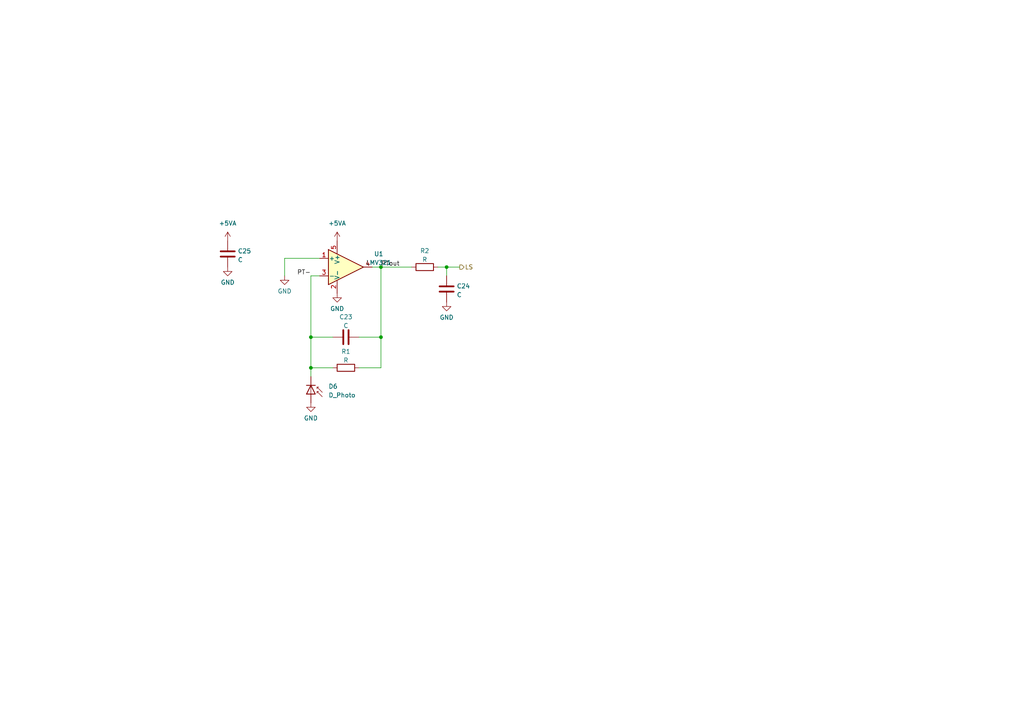
<source format=kicad_sch>
(kicad_sch (version 20230121) (generator eeschema)
  (paper "A4")
  (lib_symbols
    (symbol "Amplifier_Operational:LMV321" (pin_names (offset 0.127))
      (property "Reference" "U" (at 0 5.08 0))
      (property "Value" "LMV321" (at 0 -5.08 0))
      (symbol "LMV321_0_1"
        (polyline (pts (xy -5.08 5.08) (xy 5.08 0) (xy -5.08 -5.08) (xy -5.08 5.08)) (stroke (width 0.254)) (fill (type background)))
        (pin power_in line (at -2.54 -7.62 90) (length 3.81) (name "V-") (number "2"))
        (pin power_in line (at -2.54 7.62 270) (length 3.81) (name "V+") (number "5"))
      )
      (symbol "LMV321_1_1"
        (pin input line (at -7.62 2.54 0) (length 2.54) (name "+") (number "1"))
        (pin input line (at -7.62 -2.54 0) (length 2.54) (name "-") (number "3"))
        (pin output line (at 7.62 0 180) (length 2.54) (name "~") (number "4"))
      )
    )
    (symbol "Device:C" (pin_numbers hide) (pin_names (offset 0.254))
      (property "Reference" "C" (at 0.635 2.54 0))
      (property "Value" "C" (at 0.635 -2.54 0))
      (symbol "C_0_1"
        (polyline (pts (xy -2.032 -0.762) (xy 2.032 -0.762)) (stroke (width 0.508)))
        (polyline (pts (xy -2.032 0.762) (xy 2.032 0.762)) (stroke (width 0.508)))
      )
      (symbol "C_1_1"
        (pin passive line (at 0 3.81 270) (length 2.794) (name "~") (number "1"))
        (pin passive line (at 0 -3.81 90) (length 2.794) (name "~") (number "2"))
      )
    )
    (symbol "Device:D_Photo" (pin_numbers hide) (pin_names hide)
      (property "Reference" "D" (at 0.508 1.778 0))
      (property "Value" "D_Photo" (at -1.016 -2.794 0))
      (symbol "D_Photo_0_1"
        (polyline (pts (xy -2.54 1.27) (xy -2.54 -1.27)) (stroke (width 0.254)))
        (polyline (pts (xy -2.032 1.778) (xy -1.524 1.778)))
        (polyline (pts (xy 0 0) (xy -2.54 0)))
        (polyline (pts (xy -0.508 3.302) (xy -2.032 1.778) (xy -2.032 2.286)))
        (polyline (pts (xy 0 -1.27) (xy 0 1.27) (xy -2.54 0) (xy 0 -1.27)) (stroke (width 0.254)))
        (polyline (pts (xy 0.762 3.302) (xy -0.762 1.778) (xy -0.762 2.286) (xy -0.762 1.778) (xy -0.254 1.778)))
      )
      (symbol "D_Photo_1_1"
        (pin passive line (at -5.08 0 0) (length 2.54) (name "K") (number "1"))
        (pin passive line (at 2.54 0 180) (length 2.54) (name "A") (number "2"))
      )
    )
    (symbol "Device:R" (pin_numbers hide) (pin_names (offset 0))
      (property "Reference" "R" (at 2.032 0 90))
      (property "Value" "R" (at 0 0 90))
      (symbol "R_0_1"
        (rectangle (start -1.016 -2.54) (end 1.016 2.54) (stroke (width 0.254)))
      )
      (symbol "R_1_1"
        (pin passive line (at 0 3.81 270) (length 1.27) (name "~") (number "1"))
        (pin passive line (at 0 -3.81 90) (length 1.27) (name "~") (number "2"))
      )
    )
    (symbol "power:+5VA" (power) (pin_names (offset 0))
      (property "Value" "+5VA" (at 0 3.556 0))
      (symbol "+5VA_0_1"
        (polyline (pts (xy -0.762 1.27) (xy 0 2.54)))
        (polyline (pts (xy 0 0) (xy 0 2.54)))
        (polyline (pts (xy 0 2.54) (xy 0.762 1.27)))
      )
      (symbol "+5VA_1_1"
        (pin power_in line (at 0 0 90) (length 0) hide (name "+5VA") (number "1"))
      )
    )
    (symbol "power:GND" (power) (pin_names (offset 0))
      (property "Value" "GND" (at 0 -3.81 0))
      (symbol "GND_0_1"
        (polyline (pts (xy 0 0) (xy 0 -1.27) (xy 1.27 -1.27) (xy 0 -2.54) (xy -1.27 -1.27) (xy 0 -1.27)))
      )
      (symbol "GND_1_1"
        (pin power_in line (at 0 0 270) (length 0) hide (name "GND") (number "1"))
      )
    )
  )
  (junction (at 129.54 77.47))
  (junction (at 90.17 97.79))
  (junction (at 110.49 77.47))
  (junction (at 90.17 106.68))
  (junction (at 110.49 97.79))
  (wire (pts (xy 110.49 97.79) (xy 110.49 106.68)))
  (wire (pts (xy 90.17 80.01) (xy 92.71 80.01)))
  (wire (pts (xy 104.14 97.79) (xy 110.49 97.79)))
  (wire (pts (xy 129.54 77.47) (xy 129.54 80.01)))
  (wire (pts (xy 90.17 106.68) (xy 90.17 109.22)))
  (wire (pts (xy 127 77.47) (xy 129.54 77.47)))
  (wire (pts (xy 90.17 97.79) (xy 96.52 97.79)))
  (wire (pts (xy 110.49 106.68) (xy 104.14 106.68)))
  (wire (pts (xy 110.49 77.47) (xy 110.49 97.79)))
  (wire (pts (xy 90.17 106.68) (xy 90.17 97.79)))
  (wire (pts (xy 110.49 77.47) (xy 119.38 77.47)))
  (wire (pts (xy 82.55 74.93) (xy 92.71 74.93)))
  (wire (pts (xy 90.17 97.79) (xy 90.17 80.01)))
  (wire (pts (xy 107.95 77.47) (xy 110.49 77.47)))
  (wire (pts (xy 129.54 77.47) (xy 133.35 77.47)))
  (wire (pts (xy 82.55 80.01) (xy 82.55 74.93)))
  (wire (pts (xy 96.52 106.68) (xy 90.17 106.68)))
  (label "PT-" (at 90.17 80.01 180))
  (label "PTout" (at 110.49 77.47 0))
  (hierarchical_label "LS" (shape output) (at 133.35 77.47 0))
  (symbol (lib_id "Device:C") (at 129.54 83.82 180) (unit 1)
    (property "Reference" "C24" (at 132.461 82.9853 0) (effects (justify right)))
    (property "Value" "C" (at 132.461 85.5222 0) (effects (justify right)))
    (property "Footprint" "Capacitor_SMD:C_0603_1608Metric" (effects hide))
    (instances (project "knob_base" (path "" (reference "C24") (unit 1))) (project "night_light" (path "" (reference "C13") (unit 1))))
  )
  (symbol (lib_id "Device:C") (at 100.33 97.79 90) (unit 1)
    (property "Reference" "C23" (at 100.33 91.9312 90))
    (property "Value" "C" (at 100.33 94.4681 90))
    (property "Footprint" "Capacitor_SMD:C_0603_1608Metric" (effects hide))
    (instances (project "knob_base" (path "" (reference "C23") (unit 1))) (project "night_light" (path "" (reference "C12") (unit 1))))
  )
  (symbol (lib_id "power:GND") (at 129.54 87.63 0) (unit 1)
    (property "Reference" "#PWR082" (effects hide))
    (property "Value" "GND" (at 129.54 92.0734 0))
    (instances (project "knob_base" (path "" (reference "#PWR082") (unit 1))) (project "night_light" (path "" (reference "#PWR0135") (unit 1))))
  )
  (symbol (lib_id "power:GND") (at 66.04 77.47 0) (unit 1)
    (property "Reference" "#PWR080" (effects hide))
    (property "Value" "GND" (at 66.04 81.9134 0))
    (instances (project "knob_base" (path "" (reference "#PWR080") (unit 1))) (project "night_light" (path "" (reference "#PWR0135") (unit 1))))
  )
  (symbol (lib_id "Device:D_Photo") (at 90.17 114.3 270) (unit 1)
    (property "Reference" "D6" (at 95.25 112.0775 90) (effects (justify left)))
    (property "Value" "D_Photo" (at 95.25 114.6175 90) (effects (justify left)))
    (property "Footprint" "LED_THT:LED_D3.0mm_Clear" (effects hide))
  )
  (symbol (lib_id "power:+5VA") (at 97.79 69.85 0) (unit 1)
    (property "Reference" "#PWR084" (effects hide))
    (property "Value" "+5VA" (at 97.79 64.77 0))
  )
  (symbol (lib_id "power:GND") (at 90.17 116.84 0) (unit 1)
    (property "Reference" "#PWR079" (effects hide))
    (property "Value" "GND" (at 90.17 121.2834 0))
    (instances (project "knob_base" (path "" (reference "#PWR079") (unit 1))) (project "night_light" (path "" (reference "#PWR0137") (unit 1))))
  )
  (symbol (lib_id "Device:R") (at 100.33 106.68 90) (unit 1)
    (property "Reference" "R1" (at 100.33 101.9642 90))
    (property "Value" "R" (at 100.33 104.5011 90))
    (property "Footprint" "Resistor_SMD:R_0603_1608Metric" (effects hide))
    (instances (project "knob_base" (path "" (reference "R1") (unit 1))) (project "night_light" (path "" (reference "R11") (unit 1))))
  )
  (symbol (lib_id "Device:C") (at 66.04 73.66 180) (unit 1)
    (property "Reference" "C25" (at 68.961 72.8253 0) (effects (justify right)))
    (property "Value" "C" (at 68.961 75.3622 0) (effects (justify right)))
    (property "Footprint" "Capacitor_SMD:C_0603_1608Metric" (effects hide))
    (instances (project "knob_base" (path "" (reference "C25") (unit 1))) (project "night_light" (path "" (reference "C13") (unit 1))))
  )
  (symbol (lib_id "Amplifier_Operational:LMV321") (at 100.33 77.47 0) (unit 1)
    (property "Reference" "U1" (at 109.8497 73.6433 0))
    (property "Value" "LMV321" (at 109.8497 76.1802 0))
    (property "Footprint" "Package_TO_SOT_SMD:SOT-23-5" (effects hide))
    (property "Datasheet" "http://www.ti.com/lit/ds/symlink/lmv324.pdf" (effects hide))
    (instances (project "knob_base" (path "" (reference "U1") (unit 1))) (project "night_light" (path "" (reference "U4") (unit 1))))
  )
  (symbol (lib_id "power:+5VA") (at 66.04 69.85 0) (unit 1)
    (property "Reference" "#PWR083" (effects hide))
    (property "Value" "+5VA" (at 66.04 64.77 0))
  )
  (symbol (lib_id "power:GND") (at 82.55 80.01 0) (unit 1)
    (property "Reference" "#PWR078" (effects hide))
    (property "Value" "GND" (at 82.55 84.4534 0))
    (instances (project "knob_base" (path "" (reference "#PWR078") (unit 1))) (project "night_light" (path "" (reference "#PWR0139") (unit 1))))
  )
  (symbol (lib_id "Device:R") (at 123.19 77.47 90) (unit 1)
    (property "Reference" "R2" (at 123.19 72.7542 90))
    (property "Value" "R" (at 123.19 75.2911 90))
    (property "Footprint" "Resistor_SMD:R_0603_1608Metric" (effects hide))
    (instances (project "knob_base" (path "" (reference "R2") (unit 1))) (project "night_light" (path "" (reference "R12") (unit 1))))
  )
  (symbol (lib_id "power:GND") (at 97.79 85.09 0) (unit 1)
    (property "Reference" "#PWR081" (effects hide))
    (property "Value" "GND" (at 97.79 89.5334 0))
    (instances (project "knob_base" (path "" (reference "#PWR081") (unit 1))) (project "night_light" (path "" (reference "#PWR0136") (unit 1))))
  )
)
</source>
